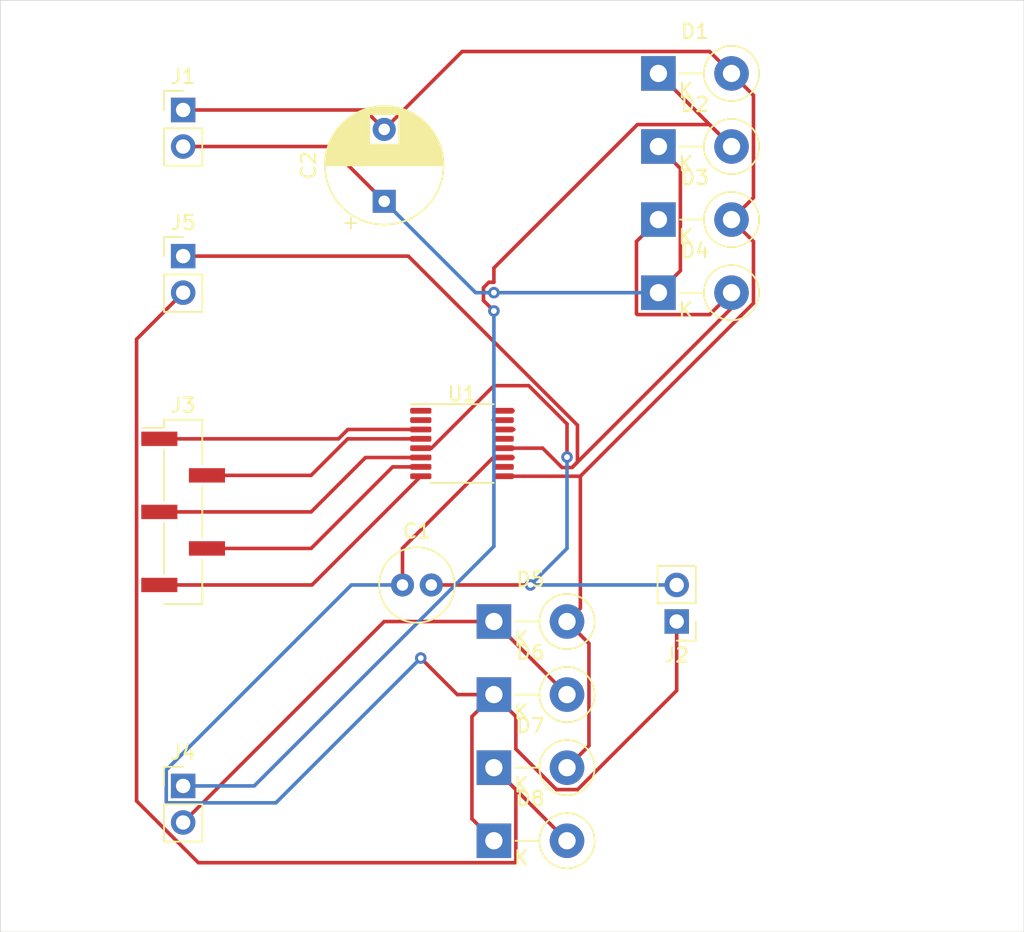
<source format=kicad_pcb>
(kicad_pcb (version 20171130) (host pcbnew "(5.1.9)-1")

  (general
    (thickness 1.6)
    (drawings 4)
    (tracks 114)
    (zones 0)
    (modules 16)
    (nets 15)
  )

  (page A4)
  (layers
    (0 F.Cu signal)
    (31 B.Cu signal)
    (32 B.Adhes user)
    (33 F.Adhes user)
    (34 B.Paste user)
    (35 F.Paste user)
    (36 B.SilkS user)
    (37 F.SilkS user)
    (38 B.Mask user)
    (39 F.Mask user)
    (40 Dwgs.User user)
    (41 Cmts.User user)
    (42 Eco1.User user)
    (43 Eco2.User user)
    (44 Edge.Cuts user)
    (45 Margin user)
    (46 B.CrtYd user)
    (47 F.CrtYd user)
    (48 B.Fab user)
    (49 F.Fab user)
  )

  (setup
    (last_trace_width 0.25)
    (trace_clearance 0.2)
    (zone_clearance 0.508)
    (zone_45_only no)
    (trace_min 0.2)
    (via_size 0.8)
    (via_drill 0.4)
    (via_min_size 0.4)
    (via_min_drill 0.3)
    (uvia_size 0.3)
    (uvia_drill 0.1)
    (uvias_allowed no)
    (uvia_min_size 0.2)
    (uvia_min_drill 0.1)
    (edge_width 0.05)
    (segment_width 0.2)
    (pcb_text_width 0.3)
    (pcb_text_size 1.5 1.5)
    (mod_edge_width 0.12)
    (mod_text_size 1 1)
    (mod_text_width 0.15)
    (pad_size 1.524 1.524)
    (pad_drill 0.762)
    (pad_to_mask_clearance 0)
    (aux_axis_origin 0 0)
    (visible_elements FFFFFF7F)
    (pcbplotparams
      (layerselection 0x010fc_ffffffff)
      (usegerberextensions false)
      (usegerberattributes true)
      (usegerberadvancedattributes true)
      (creategerberjobfile true)
      (excludeedgelayer true)
      (linewidth 0.100000)
      (plotframeref false)
      (viasonmask false)
      (mode 1)
      (useauxorigin false)
      (hpglpennumber 1)
      (hpglpenspeed 20)
      (hpglpendiameter 15.000000)
      (psnegative false)
      (psa4output false)
      (plotreference true)
      (plotvalue true)
      (plotinvisibletext false)
      (padsonsilk false)
      (subtractmaskfromsilk false)
      (outputformat 1)
      (mirror false)
      (drillshape 1)
      (scaleselection 1)
      (outputdirectory ""))
  )

  (net 0 "")
  (net 1 GND)
  (net 2 +5V)
  (net 3 +12V)
  (net 4 A01)
  (net 5 B01)
  (net 6 A02)
  (net 7 B02)
  (net 8 PHA_A)
  (net 9 STBY)
  (net 10 EN_B)
  (net 11 EN_A)
  (net 12 PHA_B)
  (net 13 "Net-(U1-Pad1)")
  (net 14 "Net-(U1-Pad2)")

  (net_class Default "This is the default net class."
    (clearance 0.2)
    (trace_width 0.25)
    (via_dia 0.8)
    (via_drill 0.4)
    (uvia_dia 0.3)
    (uvia_drill 0.1)
    (add_net +12V)
    (add_net +5V)
    (add_net A01)
    (add_net A02)
    (add_net B01)
    (add_net B02)
    (add_net EN_A)
    (add_net EN_B)
    (add_net GND)
    (add_net "Net-(U1-Pad1)")
    (add_net "Net-(U1-Pad2)")
    (add_net PHA_A)
    (add_net PHA_B)
    (add_net STBY)
  )

  (module Capacitor_THT:C_Radial_D5.0mm_H11.0mm_P2.00mm (layer F.Cu) (tedit 5BC5C9B9) (tstamp 602D2EAD)
    (at 64.77 62.23)
    (descr "C, Radial series, Radial, pin pitch=2.00mm, diameter=5mm, height=11mm, Non-Polar Electrolytic Capacitor")
    (tags "C Radial series Radial pin pitch 2.00mm diameter 5mm height 11mm Non-Polar Electrolytic Capacitor")
    (path /602D9DCF)
    (fp_text reference C1 (at 1 -3.75) (layer F.SilkS)
      (effects (font (size 1 1) (thickness 0.15)))
    )
    (fp_text value 0.1uF (at 1 3.75) (layer F.Fab)
      (effects (font (size 1 1) (thickness 0.15)))
    )
    (fp_circle (center 1 0) (end 3.75 0) (layer F.CrtYd) (width 0.05))
    (fp_circle (center 1 0) (end 3.62 0) (layer F.SilkS) (width 0.12))
    (fp_circle (center 1 0) (end 3.5 0) (layer F.Fab) (width 0.1))
    (fp_text user %R (at 1 0) (layer F.Fab)
      (effects (font (size 1 1) (thickness 0.15)))
    )
    (pad 1 thru_hole circle (at 0 0) (size 1.6 1.6) (drill 0.8) (layers *.Cu *.Mask)
      (net 1 GND))
    (pad 2 thru_hole circle (at 2 0) (size 1.6 1.6) (drill 0.8) (layers *.Cu *.Mask)
      (net 2 +5V))
    (model ${KISYS3DMOD}/Capacitor_THT.3dshapes/C_Radial_D5.0mm_H11.0mm_P2.00mm.wrl
      (at (xyz 0 0 0))
      (scale (xyz 1 1 1))
      (rotate (xyz 0 0 0))
    )
  )

  (module Capacitor_THT:CP_Radial_D8.0mm_P5.00mm (layer F.Cu) (tedit 5AE50EF0) (tstamp 602D2F56)
    (at 63.5 35.56 90)
    (descr "CP, Radial series, Radial, pin pitch=5.00mm, , diameter=8mm, Electrolytic Capacitor")
    (tags "CP Radial series Radial pin pitch 5.00mm  diameter 8mm Electrolytic Capacitor")
    (path /602E69A4)
    (fp_text reference C2 (at 2.5 -5.25 90) (layer F.SilkS)
      (effects (font (size 1 1) (thickness 0.15)))
    )
    (fp_text value 100uF (at 2.5 5.25 90) (layer F.Fab)
      (effects (font (size 1 1) (thickness 0.15)))
    )
    (fp_line (start -1.509698 -2.715) (end -1.509698 -1.915) (layer F.SilkS) (width 0.12))
    (fp_line (start -1.909698 -2.315) (end -1.109698 -2.315) (layer F.SilkS) (width 0.12))
    (fp_line (start 6.581 -0.533) (end 6.581 0.533) (layer F.SilkS) (width 0.12))
    (fp_line (start 6.541 -0.768) (end 6.541 0.768) (layer F.SilkS) (width 0.12))
    (fp_line (start 6.501 -0.948) (end 6.501 0.948) (layer F.SilkS) (width 0.12))
    (fp_line (start 6.461 -1.098) (end 6.461 1.098) (layer F.SilkS) (width 0.12))
    (fp_line (start 6.421 -1.229) (end 6.421 1.229) (layer F.SilkS) (width 0.12))
    (fp_line (start 6.381 -1.346) (end 6.381 1.346) (layer F.SilkS) (width 0.12))
    (fp_line (start 6.341 -1.453) (end 6.341 1.453) (layer F.SilkS) (width 0.12))
    (fp_line (start 6.301 -1.552) (end 6.301 1.552) (layer F.SilkS) (width 0.12))
    (fp_line (start 6.261 -1.645) (end 6.261 1.645) (layer F.SilkS) (width 0.12))
    (fp_line (start 6.221 -1.731) (end 6.221 1.731) (layer F.SilkS) (width 0.12))
    (fp_line (start 6.181 -1.813) (end 6.181 1.813) (layer F.SilkS) (width 0.12))
    (fp_line (start 6.141 -1.89) (end 6.141 1.89) (layer F.SilkS) (width 0.12))
    (fp_line (start 6.101 -1.964) (end 6.101 1.964) (layer F.SilkS) (width 0.12))
    (fp_line (start 6.061 -2.034) (end 6.061 2.034) (layer F.SilkS) (width 0.12))
    (fp_line (start 6.021 1.04) (end 6.021 2.102) (layer F.SilkS) (width 0.12))
    (fp_line (start 6.021 -2.102) (end 6.021 -1.04) (layer F.SilkS) (width 0.12))
    (fp_line (start 5.981 1.04) (end 5.981 2.166) (layer F.SilkS) (width 0.12))
    (fp_line (start 5.981 -2.166) (end 5.981 -1.04) (layer F.SilkS) (width 0.12))
    (fp_line (start 5.941 1.04) (end 5.941 2.228) (layer F.SilkS) (width 0.12))
    (fp_line (start 5.941 -2.228) (end 5.941 -1.04) (layer F.SilkS) (width 0.12))
    (fp_line (start 5.901 1.04) (end 5.901 2.287) (layer F.SilkS) (width 0.12))
    (fp_line (start 5.901 -2.287) (end 5.901 -1.04) (layer F.SilkS) (width 0.12))
    (fp_line (start 5.861 1.04) (end 5.861 2.345) (layer F.SilkS) (width 0.12))
    (fp_line (start 5.861 -2.345) (end 5.861 -1.04) (layer F.SilkS) (width 0.12))
    (fp_line (start 5.821 1.04) (end 5.821 2.4) (layer F.SilkS) (width 0.12))
    (fp_line (start 5.821 -2.4) (end 5.821 -1.04) (layer F.SilkS) (width 0.12))
    (fp_line (start 5.781 1.04) (end 5.781 2.454) (layer F.SilkS) (width 0.12))
    (fp_line (start 5.781 -2.454) (end 5.781 -1.04) (layer F.SilkS) (width 0.12))
    (fp_line (start 5.741 1.04) (end 5.741 2.505) (layer F.SilkS) (width 0.12))
    (fp_line (start 5.741 -2.505) (end 5.741 -1.04) (layer F.SilkS) (width 0.12))
    (fp_line (start 5.701 1.04) (end 5.701 2.556) (layer F.SilkS) (width 0.12))
    (fp_line (start 5.701 -2.556) (end 5.701 -1.04) (layer F.SilkS) (width 0.12))
    (fp_line (start 5.661 1.04) (end 5.661 2.604) (layer F.SilkS) (width 0.12))
    (fp_line (start 5.661 -2.604) (end 5.661 -1.04) (layer F.SilkS) (width 0.12))
    (fp_line (start 5.621 1.04) (end 5.621 2.651) (layer F.SilkS) (width 0.12))
    (fp_line (start 5.621 -2.651) (end 5.621 -1.04) (layer F.SilkS) (width 0.12))
    (fp_line (start 5.581 1.04) (end 5.581 2.697) (layer F.SilkS) (width 0.12))
    (fp_line (start 5.581 -2.697) (end 5.581 -1.04) (layer F.SilkS) (width 0.12))
    (fp_line (start 5.541 1.04) (end 5.541 2.741) (layer F.SilkS) (width 0.12))
    (fp_line (start 5.541 -2.741) (end 5.541 -1.04) (layer F.SilkS) (width 0.12))
    (fp_line (start 5.501 1.04) (end 5.501 2.784) (layer F.SilkS) (width 0.12))
    (fp_line (start 5.501 -2.784) (end 5.501 -1.04) (layer F.SilkS) (width 0.12))
    (fp_line (start 5.461 1.04) (end 5.461 2.826) (layer F.SilkS) (width 0.12))
    (fp_line (start 5.461 -2.826) (end 5.461 -1.04) (layer F.SilkS) (width 0.12))
    (fp_line (start 5.421 1.04) (end 5.421 2.867) (layer F.SilkS) (width 0.12))
    (fp_line (start 5.421 -2.867) (end 5.421 -1.04) (layer F.SilkS) (width 0.12))
    (fp_line (start 5.381 1.04) (end 5.381 2.907) (layer F.SilkS) (width 0.12))
    (fp_line (start 5.381 -2.907) (end 5.381 -1.04) (layer F.SilkS) (width 0.12))
    (fp_line (start 5.341 1.04) (end 5.341 2.945) (layer F.SilkS) (width 0.12))
    (fp_line (start 5.341 -2.945) (end 5.341 -1.04) (layer F.SilkS) (width 0.12))
    (fp_line (start 5.301 1.04) (end 5.301 2.983) (layer F.SilkS) (width 0.12))
    (fp_line (start 5.301 -2.983) (end 5.301 -1.04) (layer F.SilkS) (width 0.12))
    (fp_line (start 5.261 1.04) (end 5.261 3.019) (layer F.SilkS) (width 0.12))
    (fp_line (start 5.261 -3.019) (end 5.261 -1.04) (layer F.SilkS) (width 0.12))
    (fp_line (start 5.221 1.04) (end 5.221 3.055) (layer F.SilkS) (width 0.12))
    (fp_line (start 5.221 -3.055) (end 5.221 -1.04) (layer F.SilkS) (width 0.12))
    (fp_line (start 5.181 1.04) (end 5.181 3.09) (layer F.SilkS) (width 0.12))
    (fp_line (start 5.181 -3.09) (end 5.181 -1.04) (layer F.SilkS) (width 0.12))
    (fp_line (start 5.141 1.04) (end 5.141 3.124) (layer F.SilkS) (width 0.12))
    (fp_line (start 5.141 -3.124) (end 5.141 -1.04) (layer F.SilkS) (width 0.12))
    (fp_line (start 5.101 1.04) (end 5.101 3.156) (layer F.SilkS) (width 0.12))
    (fp_line (start 5.101 -3.156) (end 5.101 -1.04) (layer F.SilkS) (width 0.12))
    (fp_line (start 5.061 1.04) (end 5.061 3.189) (layer F.SilkS) (width 0.12))
    (fp_line (start 5.061 -3.189) (end 5.061 -1.04) (layer F.SilkS) (width 0.12))
    (fp_line (start 5.021 1.04) (end 5.021 3.22) (layer F.SilkS) (width 0.12))
    (fp_line (start 5.021 -3.22) (end 5.021 -1.04) (layer F.SilkS) (width 0.12))
    (fp_line (start 4.981 1.04) (end 4.981 3.25) (layer F.SilkS) (width 0.12))
    (fp_line (start 4.981 -3.25) (end 4.981 -1.04) (layer F.SilkS) (width 0.12))
    (fp_line (start 4.941 1.04) (end 4.941 3.28) (layer F.SilkS) (width 0.12))
    (fp_line (start 4.941 -3.28) (end 4.941 -1.04) (layer F.SilkS) (width 0.12))
    (fp_line (start 4.901 1.04) (end 4.901 3.309) (layer F.SilkS) (width 0.12))
    (fp_line (start 4.901 -3.309) (end 4.901 -1.04) (layer F.SilkS) (width 0.12))
    (fp_line (start 4.861 1.04) (end 4.861 3.338) (layer F.SilkS) (width 0.12))
    (fp_line (start 4.861 -3.338) (end 4.861 -1.04) (layer F.SilkS) (width 0.12))
    (fp_line (start 4.821 1.04) (end 4.821 3.365) (layer F.SilkS) (width 0.12))
    (fp_line (start 4.821 -3.365) (end 4.821 -1.04) (layer F.SilkS) (width 0.12))
    (fp_line (start 4.781 1.04) (end 4.781 3.392) (layer F.SilkS) (width 0.12))
    (fp_line (start 4.781 -3.392) (end 4.781 -1.04) (layer F.SilkS) (width 0.12))
    (fp_line (start 4.741 1.04) (end 4.741 3.418) (layer F.SilkS) (width 0.12))
    (fp_line (start 4.741 -3.418) (end 4.741 -1.04) (layer F.SilkS) (width 0.12))
    (fp_line (start 4.701 1.04) (end 4.701 3.444) (layer F.SilkS) (width 0.12))
    (fp_line (start 4.701 -3.444) (end 4.701 -1.04) (layer F.SilkS) (width 0.12))
    (fp_line (start 4.661 1.04) (end 4.661 3.469) (layer F.SilkS) (width 0.12))
    (fp_line (start 4.661 -3.469) (end 4.661 -1.04) (layer F.SilkS) (width 0.12))
    (fp_line (start 4.621 1.04) (end 4.621 3.493) (layer F.SilkS) (width 0.12))
    (fp_line (start 4.621 -3.493) (end 4.621 -1.04) (layer F.SilkS) (width 0.12))
    (fp_line (start 4.581 1.04) (end 4.581 3.517) (layer F.SilkS) (width 0.12))
    (fp_line (start 4.581 -3.517) (end 4.581 -1.04) (layer F.SilkS) (width 0.12))
    (fp_line (start 4.541 1.04) (end 4.541 3.54) (layer F.SilkS) (width 0.12))
    (fp_line (start 4.541 -3.54) (end 4.541 -1.04) (layer F.SilkS) (width 0.12))
    (fp_line (start 4.501 1.04) (end 4.501 3.562) (layer F.SilkS) (width 0.12))
    (fp_line (start 4.501 -3.562) (end 4.501 -1.04) (layer F.SilkS) (width 0.12))
    (fp_line (start 4.461 1.04) (end 4.461 3.584) (layer F.SilkS) (width 0.12))
    (fp_line (start 4.461 -3.584) (end 4.461 -1.04) (layer F.SilkS) (width 0.12))
    (fp_line (start 4.421 1.04) (end 4.421 3.606) (layer F.SilkS) (width 0.12))
    (fp_line (start 4.421 -3.606) (end 4.421 -1.04) (layer F.SilkS) (width 0.12))
    (fp_line (start 4.381 1.04) (end 4.381 3.627) (layer F.SilkS) (width 0.12))
    (fp_line (start 4.381 -3.627) (end 4.381 -1.04) (layer F.SilkS) (width 0.12))
    (fp_line (start 4.341 1.04) (end 4.341 3.647) (layer F.SilkS) (width 0.12))
    (fp_line (start 4.341 -3.647) (end 4.341 -1.04) (layer F.SilkS) (width 0.12))
    (fp_line (start 4.301 1.04) (end 4.301 3.666) (layer F.SilkS) (width 0.12))
    (fp_line (start 4.301 -3.666) (end 4.301 -1.04) (layer F.SilkS) (width 0.12))
    (fp_line (start 4.261 1.04) (end 4.261 3.686) (layer F.SilkS) (width 0.12))
    (fp_line (start 4.261 -3.686) (end 4.261 -1.04) (layer F.SilkS) (width 0.12))
    (fp_line (start 4.221 1.04) (end 4.221 3.704) (layer F.SilkS) (width 0.12))
    (fp_line (start 4.221 -3.704) (end 4.221 -1.04) (layer F.SilkS) (width 0.12))
    (fp_line (start 4.181 1.04) (end 4.181 3.722) (layer F.SilkS) (width 0.12))
    (fp_line (start 4.181 -3.722) (end 4.181 -1.04) (layer F.SilkS) (width 0.12))
    (fp_line (start 4.141 1.04) (end 4.141 3.74) (layer F.SilkS) (width 0.12))
    (fp_line (start 4.141 -3.74) (end 4.141 -1.04) (layer F.SilkS) (width 0.12))
    (fp_line (start 4.101 1.04) (end 4.101 3.757) (layer F.SilkS) (width 0.12))
    (fp_line (start 4.101 -3.757) (end 4.101 -1.04) (layer F.SilkS) (width 0.12))
    (fp_line (start 4.061 1.04) (end 4.061 3.774) (layer F.SilkS) (width 0.12))
    (fp_line (start 4.061 -3.774) (end 4.061 -1.04) (layer F.SilkS) (width 0.12))
    (fp_line (start 4.021 1.04) (end 4.021 3.79) (layer F.SilkS) (width 0.12))
    (fp_line (start 4.021 -3.79) (end 4.021 -1.04) (layer F.SilkS) (width 0.12))
    (fp_line (start 3.981 1.04) (end 3.981 3.805) (layer F.SilkS) (width 0.12))
    (fp_line (start 3.981 -3.805) (end 3.981 -1.04) (layer F.SilkS) (width 0.12))
    (fp_line (start 3.941 -3.821) (end 3.941 3.821) (layer F.SilkS) (width 0.12))
    (fp_line (start 3.901 -3.835) (end 3.901 3.835) (layer F.SilkS) (width 0.12))
    (fp_line (start 3.861 -3.85) (end 3.861 3.85) (layer F.SilkS) (width 0.12))
    (fp_line (start 3.821 -3.863) (end 3.821 3.863) (layer F.SilkS) (width 0.12))
    (fp_line (start 3.781 -3.877) (end 3.781 3.877) (layer F.SilkS) (width 0.12))
    (fp_line (start 3.741 -3.889) (end 3.741 3.889) (layer F.SilkS) (width 0.12))
    (fp_line (start 3.701 -3.902) (end 3.701 3.902) (layer F.SilkS) (width 0.12))
    (fp_line (start 3.661 -3.914) (end 3.661 3.914) (layer F.SilkS) (width 0.12))
    (fp_line (start 3.621 -3.925) (end 3.621 3.925) (layer F.SilkS) (width 0.12))
    (fp_line (start 3.581 -3.936) (end 3.581 3.936) (layer F.SilkS) (width 0.12))
    (fp_line (start 3.541 -3.947) (end 3.541 3.947) (layer F.SilkS) (width 0.12))
    (fp_line (start 3.501 -3.957) (end 3.501 3.957) (layer F.SilkS) (width 0.12))
    (fp_line (start 3.461 -3.967) (end 3.461 3.967) (layer F.SilkS) (width 0.12))
    (fp_line (start 3.421 -3.976) (end 3.421 3.976) (layer F.SilkS) (width 0.12))
    (fp_line (start 3.381 -3.985) (end 3.381 3.985) (layer F.SilkS) (width 0.12))
    (fp_line (start 3.341 -3.994) (end 3.341 3.994) (layer F.SilkS) (width 0.12))
    (fp_line (start 3.301 -4.002) (end 3.301 4.002) (layer F.SilkS) (width 0.12))
    (fp_line (start 3.261 -4.01) (end 3.261 4.01) (layer F.SilkS) (width 0.12))
    (fp_line (start 3.221 -4.017) (end 3.221 4.017) (layer F.SilkS) (width 0.12))
    (fp_line (start 3.18 -4.024) (end 3.18 4.024) (layer F.SilkS) (width 0.12))
    (fp_line (start 3.14 -4.03) (end 3.14 4.03) (layer F.SilkS) (width 0.12))
    (fp_line (start 3.1 -4.037) (end 3.1 4.037) (layer F.SilkS) (width 0.12))
    (fp_line (start 3.06 -4.042) (end 3.06 4.042) (layer F.SilkS) (width 0.12))
    (fp_line (start 3.02 -4.048) (end 3.02 4.048) (layer F.SilkS) (width 0.12))
    (fp_line (start 2.98 -4.052) (end 2.98 4.052) (layer F.SilkS) (width 0.12))
    (fp_line (start 2.94 -4.057) (end 2.94 4.057) (layer F.SilkS) (width 0.12))
    (fp_line (start 2.9 -4.061) (end 2.9 4.061) (layer F.SilkS) (width 0.12))
    (fp_line (start 2.86 -4.065) (end 2.86 4.065) (layer F.SilkS) (width 0.12))
    (fp_line (start 2.82 -4.068) (end 2.82 4.068) (layer F.SilkS) (width 0.12))
    (fp_line (start 2.78 -4.071) (end 2.78 4.071) (layer F.SilkS) (width 0.12))
    (fp_line (start 2.74 -4.074) (end 2.74 4.074) (layer F.SilkS) (width 0.12))
    (fp_line (start 2.7 -4.076) (end 2.7 4.076) (layer F.SilkS) (width 0.12))
    (fp_line (start 2.66 -4.077) (end 2.66 4.077) (layer F.SilkS) (width 0.12))
    (fp_line (start 2.62 -4.079) (end 2.62 4.079) (layer F.SilkS) (width 0.12))
    (fp_line (start 2.58 -4.08) (end 2.58 4.08) (layer F.SilkS) (width 0.12))
    (fp_line (start 2.54 -4.08) (end 2.54 4.08) (layer F.SilkS) (width 0.12))
    (fp_line (start 2.5 -4.08) (end 2.5 4.08) (layer F.SilkS) (width 0.12))
    (fp_line (start -0.526759 -2.1475) (end -0.526759 -1.3475) (layer F.Fab) (width 0.1))
    (fp_line (start -0.926759 -1.7475) (end -0.126759 -1.7475) (layer F.Fab) (width 0.1))
    (fp_circle (center 2.5 0) (end 6.75 0) (layer F.CrtYd) (width 0.05))
    (fp_circle (center 2.5 0) (end 6.62 0) (layer F.SilkS) (width 0.12))
    (fp_circle (center 2.5 0) (end 6.5 0) (layer F.Fab) (width 0.1))
    (fp_text user %R (at 2.5 0 90) (layer F.Fab)
      (effects (font (size 1 1) (thickness 0.15)))
    )
    (pad 1 thru_hole rect (at 0 0 90) (size 1.6 1.6) (drill 0.8) (layers *.Cu *.Mask)
      (net 1 GND))
    (pad 2 thru_hole circle (at 5 0 90) (size 1.6 1.6) (drill 0.8) (layers *.Cu *.Mask)
      (net 3 +12V))
    (model ${KISYS3DMOD}/Capacitor_THT.3dshapes/CP_Radial_D8.0mm_P5.00mm.wrl
      (at (xyz 0 0 0))
      (scale (xyz 1 1 1))
      (rotate (xyz 0 0 0))
    )
  )

  (module Diode_THT:D_DO-15_P5.08mm_Vertical_KathodeUp (layer F.Cu) (tedit 5AE50CD5) (tstamp 602D2F67)
    (at 82.55 26.67)
    (descr "Diode, DO-15 series, Axial, Vertical, pin pitch=5.08mm, , length*diameter=7.6*3.6mm^2, , http://www.diodes.com/_files/packages/DO-15.pdf")
    (tags "Diode DO-15 series Axial Vertical pin pitch 5.08mm  length 7.6mm diameter 3.6mm")
    (path /602EDED8)
    (fp_text reference D1 (at 2.54 -2.92) (layer F.SilkS)
      (effects (font (size 1 1) (thickness 0.15)))
    )
    (fp_text value DIODE (at 2.54 2.92) (layer F.Fab)
      (effects (font (size 1 1) (thickness 0.15)))
    )
    (fp_line (start 7.13 -2.05) (end -1.45 -2.05) (layer F.CrtYd) (width 0.05))
    (fp_line (start 7.13 2.05) (end 7.13 -2.05) (layer F.CrtYd) (width 0.05))
    (fp_line (start -1.45 2.05) (end 7.13 2.05) (layer F.CrtYd) (width 0.05))
    (fp_line (start -1.45 -2.05) (end -1.45 2.05) (layer F.CrtYd) (width 0.05))
    (fp_line (start 3.16 0) (end 1.5 0) (layer F.SilkS) (width 0.12))
    (fp_line (start 0 0) (end 5.08 0) (layer F.Fab) (width 0.1))
    (fp_circle (center 5.08 0) (end 7 0) (layer F.SilkS) (width 0.12))
    (fp_circle (center 5.08 0) (end 6.88 0) (layer F.Fab) (width 0.1))
    (fp_text user %R (at 2.54 -2.92) (layer F.Fab)
      (effects (font (size 1 1) (thickness 0.15)))
    )
    (fp_text user K (at 1.9 1.2) (layer F.Fab)
      (effects (font (size 1 1) (thickness 0.15)))
    )
    (fp_text user K (at 1.9 1.2) (layer F.SilkS)
      (effects (font (size 1 1) (thickness 0.15)))
    )
    (pad 1 thru_hole rect (at 0 0) (size 2.4 2.4) (drill 1.2) (layers *.Cu *.Mask)
      (net 4 A01))
    (pad 2 thru_hole oval (at 5.08 0) (size 2.4 2.4) (drill 1.2) (layers *.Cu *.Mask)
      (net 3 +12V))
    (model ${KISYS3DMOD}/Diode_THT.3dshapes/D_DO-15_P5.08mm_Vertical_KathodeUp.wrl
      (at (xyz 0 0 0))
      (scale (xyz 1 1 1))
      (rotate (xyz 0 0 0))
    )
  )

  (module Diode_THT:D_DO-15_P5.08mm_Vertical_KathodeUp (layer F.Cu) (tedit 5AE50CD5) (tstamp 602D2F78)
    (at 82.55 31.75)
    (descr "Diode, DO-15 series, Axial, Vertical, pin pitch=5.08mm, , length*diameter=7.6*3.6mm^2, , http://www.diodes.com/_files/packages/DO-15.pdf")
    (tags "Diode DO-15 series Axial Vertical pin pitch 5.08mm  length 7.6mm diameter 3.6mm")
    (path /602F7EAB)
    (fp_text reference D2 (at 2.54 -2.92) (layer F.SilkS)
      (effects (font (size 1 1) (thickness 0.15)))
    )
    (fp_text value DIODE (at 2.54 2.92) (layer F.Fab)
      (effects (font (size 1 1) (thickness 0.15)))
    )
    (fp_text user K (at 1.9 1.2) (layer F.SilkS)
      (effects (font (size 1 1) (thickness 0.15)))
    )
    (fp_text user K (at 1.9 1.2) (layer F.Fab)
      (effects (font (size 1 1) (thickness 0.15)))
    )
    (fp_text user %R (at 2.54 -2.92) (layer F.Fab)
      (effects (font (size 1 1) (thickness 0.15)))
    )
    (fp_circle (center 5.08 0) (end 6.88 0) (layer F.Fab) (width 0.1))
    (fp_circle (center 5.08 0) (end 7 0) (layer F.SilkS) (width 0.12))
    (fp_line (start 0 0) (end 5.08 0) (layer F.Fab) (width 0.1))
    (fp_line (start 3.16 0) (end 1.5 0) (layer F.SilkS) (width 0.12))
    (fp_line (start -1.45 -2.05) (end -1.45 2.05) (layer F.CrtYd) (width 0.05))
    (fp_line (start -1.45 2.05) (end 7.13 2.05) (layer F.CrtYd) (width 0.05))
    (fp_line (start 7.13 2.05) (end 7.13 -2.05) (layer F.CrtYd) (width 0.05))
    (fp_line (start 7.13 -2.05) (end -1.45 -2.05) (layer F.CrtYd) (width 0.05))
    (pad 2 thru_hole oval (at 5.08 0) (size 2.4 2.4) (drill 1.2) (layers *.Cu *.Mask)
      (net 4 A01))
    (pad 1 thru_hole rect (at 0 0) (size 2.4 2.4) (drill 1.2) (layers *.Cu *.Mask)
      (net 1 GND))
    (model ${KISYS3DMOD}/Diode_THT.3dshapes/D_DO-15_P5.08mm_Vertical_KathodeUp.wrl
      (at (xyz 0 0 0))
      (scale (xyz 1 1 1))
      (rotate (xyz 0 0 0))
    )
  )

  (module Diode_THT:D_DO-15_P5.08mm_Vertical_KathodeUp (layer F.Cu) (tedit 5AE50CD5) (tstamp 602D2F89)
    (at 82.55 36.83)
    (descr "Diode, DO-15 series, Axial, Vertical, pin pitch=5.08mm, , length*diameter=7.6*3.6mm^2, , http://www.diodes.com/_files/packages/DO-15.pdf")
    (tags "Diode DO-15 series Axial Vertical pin pitch 5.08mm  length 7.6mm diameter 3.6mm")
    (path /602F8FB5)
    (fp_text reference D3 (at 2.54 -2.92) (layer F.SilkS)
      (effects (font (size 1 1) (thickness 0.15)))
    )
    (fp_text value DIODE (at 2.54 2.92) (layer F.Fab)
      (effects (font (size 1 1) (thickness 0.15)))
    )
    (fp_line (start 7.13 -2.05) (end -1.45 -2.05) (layer F.CrtYd) (width 0.05))
    (fp_line (start 7.13 2.05) (end 7.13 -2.05) (layer F.CrtYd) (width 0.05))
    (fp_line (start -1.45 2.05) (end 7.13 2.05) (layer F.CrtYd) (width 0.05))
    (fp_line (start -1.45 -2.05) (end -1.45 2.05) (layer F.CrtYd) (width 0.05))
    (fp_line (start 3.16 0) (end 1.5 0) (layer F.SilkS) (width 0.12))
    (fp_line (start 0 0) (end 5.08 0) (layer F.Fab) (width 0.1))
    (fp_circle (center 5.08 0) (end 7 0) (layer F.SilkS) (width 0.12))
    (fp_circle (center 5.08 0) (end 6.88 0) (layer F.Fab) (width 0.1))
    (fp_text user %R (at 2.54 -2.92) (layer F.Fab)
      (effects (font (size 1 1) (thickness 0.15)))
    )
    (fp_text user K (at 1.9 1.2) (layer F.Fab)
      (effects (font (size 1 1) (thickness 0.15)))
    )
    (fp_text user K (at 1.9 1.2) (layer F.SilkS)
      (effects (font (size 1 1) (thickness 0.15)))
    )
    (pad 1 thru_hole rect (at 0 0) (size 2.4 2.4) (drill 1.2) (layers *.Cu *.Mask)
      (net 5 B01))
    (pad 2 thru_hole oval (at 5.08 0) (size 2.4 2.4) (drill 1.2) (layers *.Cu *.Mask)
      (net 3 +12V))
    (model ${KISYS3DMOD}/Diode_THT.3dshapes/D_DO-15_P5.08mm_Vertical_KathodeUp.wrl
      (at (xyz 0 0 0))
      (scale (xyz 1 1 1))
      (rotate (xyz 0 0 0))
    )
  )

  (module Diode_THT:D_DO-15_P5.08mm_Vertical_KathodeUp (layer F.Cu) (tedit 5AE50CD5) (tstamp 602D2F9A)
    (at 82.55 41.91)
    (descr "Diode, DO-15 series, Axial, Vertical, pin pitch=5.08mm, , length*diameter=7.6*3.6mm^2, , http://www.diodes.com/_files/packages/DO-15.pdf")
    (tags "Diode DO-15 series Axial Vertical pin pitch 5.08mm  length 7.6mm diameter 3.6mm")
    (path /602FB1CE)
    (fp_text reference D4 (at 2.54 -2.92) (layer F.SilkS)
      (effects (font (size 1 1) (thickness 0.15)))
    )
    (fp_text value DIODE (at 2.54 2.92) (layer F.Fab)
      (effects (font (size 1 1) (thickness 0.15)))
    )
    (fp_line (start 7.13 -2.05) (end -1.45 -2.05) (layer F.CrtYd) (width 0.05))
    (fp_line (start 7.13 2.05) (end 7.13 -2.05) (layer F.CrtYd) (width 0.05))
    (fp_line (start -1.45 2.05) (end 7.13 2.05) (layer F.CrtYd) (width 0.05))
    (fp_line (start -1.45 -2.05) (end -1.45 2.05) (layer F.CrtYd) (width 0.05))
    (fp_line (start 3.16 0) (end 1.5 0) (layer F.SilkS) (width 0.12))
    (fp_line (start 0 0) (end 5.08 0) (layer F.Fab) (width 0.1))
    (fp_circle (center 5.08 0) (end 7 0) (layer F.SilkS) (width 0.12))
    (fp_circle (center 5.08 0) (end 6.88 0) (layer F.Fab) (width 0.1))
    (fp_text user %R (at 2.54 -2.92) (layer F.Fab)
      (effects (font (size 1 1) (thickness 0.15)))
    )
    (fp_text user K (at 1.9 1.2) (layer F.Fab)
      (effects (font (size 1 1) (thickness 0.15)))
    )
    (fp_text user K (at 1.9 1.2) (layer F.SilkS)
      (effects (font (size 1 1) (thickness 0.15)))
    )
    (pad 1 thru_hole rect (at 0 0) (size 2.4 2.4) (drill 1.2) (layers *.Cu *.Mask)
      (net 1 GND))
    (pad 2 thru_hole oval (at 5.08 0) (size 2.4 2.4) (drill 1.2) (layers *.Cu *.Mask)
      (net 5 B01))
    (model ${KISYS3DMOD}/Diode_THT.3dshapes/D_DO-15_P5.08mm_Vertical_KathodeUp.wrl
      (at (xyz 0 0 0))
      (scale (xyz 1 1 1))
      (rotate (xyz 0 0 0))
    )
  )

  (module Diode_THT:D_DO-15_P5.08mm_Vertical_KathodeUp (layer F.Cu) (tedit 5AE50CD5) (tstamp 602D2FAB)
    (at 71.12 64.77)
    (descr "Diode, DO-15 series, Axial, Vertical, pin pitch=5.08mm, , length*diameter=7.6*3.6mm^2, , http://www.diodes.com/_files/packages/DO-15.pdf")
    (tags "Diode DO-15 series Axial Vertical pin pitch 5.08mm  length 7.6mm diameter 3.6mm")
    (path /602F8202)
    (fp_text reference D5 (at 2.54 -2.92) (layer F.SilkS)
      (effects (font (size 1 1) (thickness 0.15)))
    )
    (fp_text value DIODE (at 2.54 2.92) (layer F.Fab)
      (effects (font (size 1 1) (thickness 0.15)))
    )
    (fp_line (start 7.13 -2.05) (end -1.45 -2.05) (layer F.CrtYd) (width 0.05))
    (fp_line (start 7.13 2.05) (end 7.13 -2.05) (layer F.CrtYd) (width 0.05))
    (fp_line (start -1.45 2.05) (end 7.13 2.05) (layer F.CrtYd) (width 0.05))
    (fp_line (start -1.45 -2.05) (end -1.45 2.05) (layer F.CrtYd) (width 0.05))
    (fp_line (start 3.16 0) (end 1.5 0) (layer F.SilkS) (width 0.12))
    (fp_line (start 0 0) (end 5.08 0) (layer F.Fab) (width 0.1))
    (fp_circle (center 5.08 0) (end 7 0) (layer F.SilkS) (width 0.12))
    (fp_circle (center 5.08 0) (end 6.88 0) (layer F.Fab) (width 0.1))
    (fp_text user %R (at 2.54 -2.92) (layer F.Fab)
      (effects (font (size 1 1) (thickness 0.15)))
    )
    (fp_text user K (at 1.9 1.2) (layer F.Fab)
      (effects (font (size 1 1) (thickness 0.15)))
    )
    (fp_text user K (at 1.9 1.2) (layer F.SilkS)
      (effects (font (size 1 1) (thickness 0.15)))
    )
    (pad 1 thru_hole rect (at 0 0) (size 2.4 2.4) (drill 1.2) (layers *.Cu *.Mask)
      (net 6 A02))
    (pad 2 thru_hole oval (at 5.08 0) (size 2.4 2.4) (drill 1.2) (layers *.Cu *.Mask)
      (net 3 +12V))
    (model ${KISYS3DMOD}/Diode_THT.3dshapes/D_DO-15_P5.08mm_Vertical_KathodeUp.wrl
      (at (xyz 0 0 0))
      (scale (xyz 1 1 1))
      (rotate (xyz 0 0 0))
    )
  )

  (module Diode_THT:D_DO-15_P5.08mm_Vertical_KathodeUp (layer F.Cu) (tedit 5AE50CD5) (tstamp 602D2FBC)
    (at 71.12 69.85)
    (descr "Diode, DO-15 series, Axial, Vertical, pin pitch=5.08mm, , length*diameter=7.6*3.6mm^2, , http://www.diodes.com/_files/packages/DO-15.pdf")
    (tags "Diode DO-15 series Axial Vertical pin pitch 5.08mm  length 7.6mm diameter 3.6mm")
    (path /602FA446)
    (fp_text reference D6 (at 2.54 -2.92) (layer F.SilkS)
      (effects (font (size 1 1) (thickness 0.15)))
    )
    (fp_text value DIODE (at 2.54 2.92) (layer F.Fab)
      (effects (font (size 1 1) (thickness 0.15)))
    )
    (fp_text user K (at 1.9 1.2) (layer F.SilkS)
      (effects (font (size 1 1) (thickness 0.15)))
    )
    (fp_text user K (at 1.9 1.2) (layer F.Fab)
      (effects (font (size 1 1) (thickness 0.15)))
    )
    (fp_text user %R (at 2.54 -2.92) (layer F.Fab)
      (effects (font (size 1 1) (thickness 0.15)))
    )
    (fp_circle (center 5.08 0) (end 6.88 0) (layer F.Fab) (width 0.1))
    (fp_circle (center 5.08 0) (end 7 0) (layer F.SilkS) (width 0.12))
    (fp_line (start 0 0) (end 5.08 0) (layer F.Fab) (width 0.1))
    (fp_line (start 3.16 0) (end 1.5 0) (layer F.SilkS) (width 0.12))
    (fp_line (start -1.45 -2.05) (end -1.45 2.05) (layer F.CrtYd) (width 0.05))
    (fp_line (start -1.45 2.05) (end 7.13 2.05) (layer F.CrtYd) (width 0.05))
    (fp_line (start 7.13 2.05) (end 7.13 -2.05) (layer F.CrtYd) (width 0.05))
    (fp_line (start 7.13 -2.05) (end -1.45 -2.05) (layer F.CrtYd) (width 0.05))
    (pad 2 thru_hole oval (at 5.08 0) (size 2.4 2.4) (drill 1.2) (layers *.Cu *.Mask)
      (net 6 A02))
    (pad 1 thru_hole rect (at 0 0) (size 2.4 2.4) (drill 1.2) (layers *.Cu *.Mask)
      (net 1 GND))
    (model ${KISYS3DMOD}/Diode_THT.3dshapes/D_DO-15_P5.08mm_Vertical_KathodeUp.wrl
      (at (xyz 0 0 0))
      (scale (xyz 1 1 1))
      (rotate (xyz 0 0 0))
    )
  )

  (module Diode_THT:D_DO-15_P5.08mm_Vertical_KathodeUp (layer F.Cu) (tedit 5AE50CD5) (tstamp 602D2FCD)
    (at 71.12 74.93)
    (descr "Diode, DO-15 series, Axial, Vertical, pin pitch=5.08mm, , length*diameter=7.6*3.6mm^2, , http://www.diodes.com/_files/packages/DO-15.pdf")
    (tags "Diode DO-15 series Axial Vertical pin pitch 5.08mm  length 7.6mm diameter 3.6mm")
    (path /602F89E7)
    (fp_text reference D7 (at 2.54 -2.92) (layer F.SilkS)
      (effects (font (size 1 1) (thickness 0.15)))
    )
    (fp_text value DIODE (at 2.54 2.92) (layer F.Fab)
      (effects (font (size 1 1) (thickness 0.15)))
    )
    (fp_text user K (at 1.9 1.2) (layer F.SilkS)
      (effects (font (size 1 1) (thickness 0.15)))
    )
    (fp_text user K (at 1.9 1.2) (layer F.Fab)
      (effects (font (size 1 1) (thickness 0.15)))
    )
    (fp_text user %R (at 2.54 -2.92) (layer F.Fab)
      (effects (font (size 1 1) (thickness 0.15)))
    )
    (fp_circle (center 5.08 0) (end 6.88 0) (layer F.Fab) (width 0.1))
    (fp_circle (center 5.08 0) (end 7 0) (layer F.SilkS) (width 0.12))
    (fp_line (start 0 0) (end 5.08 0) (layer F.Fab) (width 0.1))
    (fp_line (start 3.16 0) (end 1.5 0) (layer F.SilkS) (width 0.12))
    (fp_line (start -1.45 -2.05) (end -1.45 2.05) (layer F.CrtYd) (width 0.05))
    (fp_line (start -1.45 2.05) (end 7.13 2.05) (layer F.CrtYd) (width 0.05))
    (fp_line (start 7.13 2.05) (end 7.13 -2.05) (layer F.CrtYd) (width 0.05))
    (fp_line (start 7.13 -2.05) (end -1.45 -2.05) (layer F.CrtYd) (width 0.05))
    (pad 2 thru_hole oval (at 5.08 0) (size 2.4 2.4) (drill 1.2) (layers *.Cu *.Mask)
      (net 3 +12V))
    (pad 1 thru_hole rect (at 0 0) (size 2.4 2.4) (drill 1.2) (layers *.Cu *.Mask)
      (net 7 B02))
    (model ${KISYS3DMOD}/Diode_THT.3dshapes/D_DO-15_P5.08mm_Vertical_KathodeUp.wrl
      (at (xyz 0 0 0))
      (scale (xyz 1 1 1))
      (rotate (xyz 0 0 0))
    )
  )

  (module Diode_THT:D_DO-15_P5.08mm_Vertical_KathodeUp (layer F.Cu) (tedit 5AE50CD5) (tstamp 602D2FDE)
    (at 71.12 80.01)
    (descr "Diode, DO-15 series, Axial, Vertical, pin pitch=5.08mm, , length*diameter=7.6*3.6mm^2, , http://www.diodes.com/_files/packages/DO-15.pdf")
    (tags "Diode DO-15 series Axial Vertical pin pitch 5.08mm  length 7.6mm diameter 3.6mm")
    (path /602FB613)
    (fp_text reference D8 (at 2.54 -2.92) (layer F.SilkS)
      (effects (font (size 1 1) (thickness 0.15)))
    )
    (fp_text value DIODE (at 2.54 2.92) (layer F.Fab)
      (effects (font (size 1 1) (thickness 0.15)))
    )
    (fp_text user K (at 1.9 1.2) (layer F.SilkS)
      (effects (font (size 1 1) (thickness 0.15)))
    )
    (fp_text user K (at 1.9 1.2) (layer F.Fab)
      (effects (font (size 1 1) (thickness 0.15)))
    )
    (fp_text user %R (at 2.54 -2.92) (layer F.Fab)
      (effects (font (size 1 1) (thickness 0.15)))
    )
    (fp_circle (center 5.08 0) (end 6.88 0) (layer F.Fab) (width 0.1))
    (fp_circle (center 5.08 0) (end 7 0) (layer F.SilkS) (width 0.12))
    (fp_line (start 0 0) (end 5.08 0) (layer F.Fab) (width 0.1))
    (fp_line (start 3.16 0) (end 1.5 0) (layer F.SilkS) (width 0.12))
    (fp_line (start -1.45 -2.05) (end -1.45 2.05) (layer F.CrtYd) (width 0.05))
    (fp_line (start -1.45 2.05) (end 7.13 2.05) (layer F.CrtYd) (width 0.05))
    (fp_line (start 7.13 2.05) (end 7.13 -2.05) (layer F.CrtYd) (width 0.05))
    (fp_line (start 7.13 -2.05) (end -1.45 -2.05) (layer F.CrtYd) (width 0.05))
    (pad 2 thru_hole oval (at 5.08 0) (size 2.4 2.4) (drill 1.2) (layers *.Cu *.Mask)
      (net 7 B02))
    (pad 1 thru_hole rect (at 0 0) (size 2.4 2.4) (drill 1.2) (layers *.Cu *.Mask)
      (net 1 GND))
    (model ${KISYS3DMOD}/Diode_THT.3dshapes/D_DO-15_P5.08mm_Vertical_KathodeUp.wrl
      (at (xyz 0 0 0))
      (scale (xyz 1 1 1))
      (rotate (xyz 0 0 0))
    )
  )

  (module Connector_PinHeader_2.54mm:PinHeader_1x02_P2.54mm_Vertical (layer F.Cu) (tedit 59FED5CC) (tstamp 602D2FF4)
    (at 49.53 29.21)
    (descr "Through hole straight pin header, 1x02, 2.54mm pitch, single row")
    (tags "Through hole pin header THT 1x02 2.54mm single row")
    (path /602C8C5B)
    (fp_text reference J1 (at 0 -2.33) (layer F.SilkS)
      (effects (font (size 1 1) (thickness 0.15)))
    )
    (fp_text value "MOTOR POWER" (at 0 4.87) (layer F.Fab)
      (effects (font (size 1 1) (thickness 0.15)))
    )
    (fp_line (start 1.8 -1.8) (end -1.8 -1.8) (layer F.CrtYd) (width 0.05))
    (fp_line (start 1.8 4.35) (end 1.8 -1.8) (layer F.CrtYd) (width 0.05))
    (fp_line (start -1.8 4.35) (end 1.8 4.35) (layer F.CrtYd) (width 0.05))
    (fp_line (start -1.8 -1.8) (end -1.8 4.35) (layer F.CrtYd) (width 0.05))
    (fp_line (start -1.33 -1.33) (end 0 -1.33) (layer F.SilkS) (width 0.12))
    (fp_line (start -1.33 0) (end -1.33 -1.33) (layer F.SilkS) (width 0.12))
    (fp_line (start -1.33 1.27) (end 1.33 1.27) (layer F.SilkS) (width 0.12))
    (fp_line (start 1.33 1.27) (end 1.33 3.87) (layer F.SilkS) (width 0.12))
    (fp_line (start -1.33 1.27) (end -1.33 3.87) (layer F.SilkS) (width 0.12))
    (fp_line (start -1.33 3.87) (end 1.33 3.87) (layer F.SilkS) (width 0.12))
    (fp_line (start -1.27 -0.635) (end -0.635 -1.27) (layer F.Fab) (width 0.1))
    (fp_line (start -1.27 3.81) (end -1.27 -0.635) (layer F.Fab) (width 0.1))
    (fp_line (start 1.27 3.81) (end -1.27 3.81) (layer F.Fab) (width 0.1))
    (fp_line (start 1.27 -1.27) (end 1.27 3.81) (layer F.Fab) (width 0.1))
    (fp_line (start -0.635 -1.27) (end 1.27 -1.27) (layer F.Fab) (width 0.1))
    (fp_text user %R (at 0 1.27 90) (layer F.Fab)
      (effects (font (size 1 1) (thickness 0.15)))
    )
    (pad 1 thru_hole rect (at 0 0) (size 1.7 1.7) (drill 1) (layers *.Cu *.Mask)
      (net 3 +12V))
    (pad 2 thru_hole oval (at 0 2.54) (size 1.7 1.7) (drill 1) (layers *.Cu *.Mask)
      (net 1 GND))
    (model ${KISYS3DMOD}/Connector_PinHeader_2.54mm.3dshapes/PinHeader_1x02_P2.54mm_Vertical.wrl
      (at (xyz 0 0 0))
      (scale (xyz 1 1 1))
      (rotate (xyz 0 0 0))
    )
  )

  (module Connector_PinHeader_2.54mm:PinHeader_1x02_P2.54mm_Vertical (layer F.Cu) (tedit 59FED5CC) (tstamp 602D300A)
    (at 83.82 64.77 180)
    (descr "Through hole straight pin header, 1x02, 2.54mm pitch, single row")
    (tags "Through hole pin header THT 1x02 2.54mm single row")
    (path /602CA69F)
    (fp_text reference J2 (at 0 -2.33) (layer F.SilkS)
      (effects (font (size 1 1) (thickness 0.15)))
    )
    (fp_text value "Logic Power" (at 0 4.87) (layer F.Fab)
      (effects (font (size 1 1) (thickness 0.15)))
    )
    (fp_text user %R (at 0 1.27 180) (layer F.Fab)
      (effects (font (size 1 1) (thickness 0.15)))
    )
    (fp_line (start -0.635 -1.27) (end 1.27 -1.27) (layer F.Fab) (width 0.1))
    (fp_line (start 1.27 -1.27) (end 1.27 3.81) (layer F.Fab) (width 0.1))
    (fp_line (start 1.27 3.81) (end -1.27 3.81) (layer F.Fab) (width 0.1))
    (fp_line (start -1.27 3.81) (end -1.27 -0.635) (layer F.Fab) (width 0.1))
    (fp_line (start -1.27 -0.635) (end -0.635 -1.27) (layer F.Fab) (width 0.1))
    (fp_line (start -1.33 3.87) (end 1.33 3.87) (layer F.SilkS) (width 0.12))
    (fp_line (start -1.33 1.27) (end -1.33 3.87) (layer F.SilkS) (width 0.12))
    (fp_line (start 1.33 1.27) (end 1.33 3.87) (layer F.SilkS) (width 0.12))
    (fp_line (start -1.33 1.27) (end 1.33 1.27) (layer F.SilkS) (width 0.12))
    (fp_line (start -1.33 0) (end -1.33 -1.33) (layer F.SilkS) (width 0.12))
    (fp_line (start -1.33 -1.33) (end 0 -1.33) (layer F.SilkS) (width 0.12))
    (fp_line (start -1.8 -1.8) (end -1.8 4.35) (layer F.CrtYd) (width 0.05))
    (fp_line (start -1.8 4.35) (end 1.8 4.35) (layer F.CrtYd) (width 0.05))
    (fp_line (start 1.8 4.35) (end 1.8 -1.8) (layer F.CrtYd) (width 0.05))
    (fp_line (start 1.8 -1.8) (end -1.8 -1.8) (layer F.CrtYd) (width 0.05))
    (pad 2 thru_hole oval (at 0 2.54 180) (size 1.7 1.7) (drill 1) (layers *.Cu *.Mask)
      (net 2 +5V))
    (pad 1 thru_hole rect (at 0 0 180) (size 1.7 1.7) (drill 1) (layers *.Cu *.Mask)
      (net 1 GND))
    (model ${KISYS3DMOD}/Connector_PinHeader_2.54mm.3dshapes/PinHeader_1x02_P2.54mm_Vertical.wrl
      (at (xyz 0 0 0))
      (scale (xyz 1 1 1))
      (rotate (xyz 0 0 0))
    )
  )

  (module Connector_PinHeader_2.54mm:PinHeader_1x05_P2.54mm_Vertical_SMD_Pin1Left (layer F.Cu) (tedit 59FED5CC) (tstamp 602D3036)
    (at 49.53 57.15)
    (descr "surface-mounted straight pin header, 1x05, 2.54mm pitch, single row, style 1 (pin 1 left)")
    (tags "Surface mounted pin header SMD 1x05 2.54mm single row style1 pin1 left")
    (path /602DF300)
    (attr smd)
    (fp_text reference J3 (at 0 -7.41) (layer F.SilkS)
      (effects (font (size 1 1) (thickness 0.15)))
    )
    (fp_text value "LOGIC CONTROL" (at 0 7.41) (layer F.Fab)
      (effects (font (size 1 1) (thickness 0.15)))
    )
    (fp_line (start 3.45 -6.85) (end -3.45 -6.85) (layer F.CrtYd) (width 0.05))
    (fp_line (start 3.45 6.85) (end 3.45 -6.85) (layer F.CrtYd) (width 0.05))
    (fp_line (start -3.45 6.85) (end 3.45 6.85) (layer F.CrtYd) (width 0.05))
    (fp_line (start -3.45 -6.85) (end -3.45 6.85) (layer F.CrtYd) (width 0.05))
    (fp_line (start -1.33 0.76) (end -1.33 4.32) (layer F.SilkS) (width 0.12))
    (fp_line (start -1.33 -4.32) (end -1.33 -0.76) (layer F.SilkS) (width 0.12))
    (fp_line (start 1.33 3.3) (end 1.33 6.41) (layer F.SilkS) (width 0.12))
    (fp_line (start 1.33 -1.78) (end 1.33 1.78) (layer F.SilkS) (width 0.12))
    (fp_line (start 1.33 5.84) (end 1.33 6.41) (layer F.SilkS) (width 0.12))
    (fp_line (start -1.33 -6.41) (end -1.33 -5.84) (layer F.SilkS) (width 0.12))
    (fp_line (start -1.33 -5.84) (end -2.85 -5.84) (layer F.SilkS) (width 0.12))
    (fp_line (start 1.33 -6.41) (end 1.33 -3.3) (layer F.SilkS) (width 0.12))
    (fp_line (start -1.33 6.41) (end 1.33 6.41) (layer F.SilkS) (width 0.12))
    (fp_line (start -1.33 -6.41) (end 1.33 -6.41) (layer F.SilkS) (width 0.12))
    (fp_line (start 2.54 2.86) (end 1.27 2.86) (layer F.Fab) (width 0.1))
    (fp_line (start 2.54 2.22) (end 2.54 2.86) (layer F.Fab) (width 0.1))
    (fp_line (start 1.27 2.22) (end 2.54 2.22) (layer F.Fab) (width 0.1))
    (fp_line (start 2.54 -2.22) (end 1.27 -2.22) (layer F.Fab) (width 0.1))
    (fp_line (start 2.54 -2.86) (end 2.54 -2.22) (layer F.Fab) (width 0.1))
    (fp_line (start 1.27 -2.86) (end 2.54 -2.86) (layer F.Fab) (width 0.1))
    (fp_line (start -2.54 5.4) (end -1.27 5.4) (layer F.Fab) (width 0.1))
    (fp_line (start -2.54 4.76) (end -2.54 5.4) (layer F.Fab) (width 0.1))
    (fp_line (start -1.27 4.76) (end -2.54 4.76) (layer F.Fab) (width 0.1))
    (fp_line (start -2.54 0.32) (end -1.27 0.32) (layer F.Fab) (width 0.1))
    (fp_line (start -2.54 -0.32) (end -2.54 0.32) (layer F.Fab) (width 0.1))
    (fp_line (start -1.27 -0.32) (end -2.54 -0.32) (layer F.Fab) (width 0.1))
    (fp_line (start -2.54 -4.76) (end -1.27 -4.76) (layer F.Fab) (width 0.1))
    (fp_line (start -2.54 -5.4) (end -2.54 -4.76) (layer F.Fab) (width 0.1))
    (fp_line (start -1.27 -5.4) (end -2.54 -5.4) (layer F.Fab) (width 0.1))
    (fp_line (start 1.27 -6.35) (end 1.27 6.35) (layer F.Fab) (width 0.1))
    (fp_line (start -1.27 -5.4) (end -0.32 -6.35) (layer F.Fab) (width 0.1))
    (fp_line (start -1.27 6.35) (end -1.27 -5.4) (layer F.Fab) (width 0.1))
    (fp_line (start -0.32 -6.35) (end 1.27 -6.35) (layer F.Fab) (width 0.1))
    (fp_line (start 1.27 6.35) (end -1.27 6.35) (layer F.Fab) (width 0.1))
    (fp_text user %R (at 0 0 90) (layer F.Fab)
      (effects (font (size 1 1) (thickness 0.15)))
    )
    (pad 1 smd rect (at -1.655 -5.08) (size 2.51 1) (layers F.Cu F.Paste F.Mask)
      (net 8 PHA_A))
    (pad 3 smd rect (at -1.655 0) (size 2.51 1) (layers F.Cu F.Paste F.Mask)
      (net 9 STBY))
    (pad 5 smd rect (at -1.655 5.08) (size 2.51 1) (layers F.Cu F.Paste F.Mask)
      (net 10 EN_B))
    (pad 2 smd rect (at 1.655 -2.54) (size 2.51 1) (layers F.Cu F.Paste F.Mask)
      (net 11 EN_A))
    (pad 4 smd rect (at 1.655 2.54) (size 2.51 1) (layers F.Cu F.Paste F.Mask)
      (net 12 PHA_B))
    (model ${KISYS3DMOD}/Connector_PinHeader_2.54mm.3dshapes/PinHeader_1x05_P2.54mm_Vertical_SMD_Pin1Left.wrl
      (at (xyz 0 0 0))
      (scale (xyz 1 1 1))
      (rotate (xyz 0 0 0))
    )
  )

  (module Connector_PinHeader_2.54mm:PinHeader_1x02_P2.54mm_Vertical (layer F.Cu) (tedit 59FED5CC) (tstamp 602D304C)
    (at 49.53 76.2)
    (descr "Through hole straight pin header, 1x02, 2.54mm pitch, single row")
    (tags "Through hole pin header THT 1x02 2.54mm single row")
    (path /602E323D)
    (fp_text reference J4 (at 0 -2.33) (layer F.SilkS)
      (effects (font (size 1 1) (thickness 0.15)))
    )
    (fp_text value "MOTOR 1 OUT" (at 0 4.87) (layer F.Fab)
      (effects (font (size 1 1) (thickness 0.15)))
    )
    (fp_line (start 1.8 -1.8) (end -1.8 -1.8) (layer F.CrtYd) (width 0.05))
    (fp_line (start 1.8 4.35) (end 1.8 -1.8) (layer F.CrtYd) (width 0.05))
    (fp_line (start -1.8 4.35) (end 1.8 4.35) (layer F.CrtYd) (width 0.05))
    (fp_line (start -1.8 -1.8) (end -1.8 4.35) (layer F.CrtYd) (width 0.05))
    (fp_line (start -1.33 -1.33) (end 0 -1.33) (layer F.SilkS) (width 0.12))
    (fp_line (start -1.33 0) (end -1.33 -1.33) (layer F.SilkS) (width 0.12))
    (fp_line (start -1.33 1.27) (end 1.33 1.27) (layer F.SilkS) (width 0.12))
    (fp_line (start 1.33 1.27) (end 1.33 3.87) (layer F.SilkS) (width 0.12))
    (fp_line (start -1.33 1.27) (end -1.33 3.87) (layer F.SilkS) (width 0.12))
    (fp_line (start -1.33 3.87) (end 1.33 3.87) (layer F.SilkS) (width 0.12))
    (fp_line (start -1.27 -0.635) (end -0.635 -1.27) (layer F.Fab) (width 0.1))
    (fp_line (start -1.27 3.81) (end -1.27 -0.635) (layer F.Fab) (width 0.1))
    (fp_line (start 1.27 3.81) (end -1.27 3.81) (layer F.Fab) (width 0.1))
    (fp_line (start 1.27 -1.27) (end 1.27 3.81) (layer F.Fab) (width 0.1))
    (fp_line (start -0.635 -1.27) (end 1.27 -1.27) (layer F.Fab) (width 0.1))
    (fp_text user %R (at 0 1.27 90) (layer F.Fab)
      (effects (font (size 1 1) (thickness 0.15)))
    )
    (pad 1 thru_hole rect (at 0 0) (size 1.7 1.7) (drill 1) (layers *.Cu *.Mask)
      (net 4 A01))
    (pad 2 thru_hole oval (at 0 2.54) (size 1.7 1.7) (drill 1) (layers *.Cu *.Mask)
      (net 6 A02))
    (model ${KISYS3DMOD}/Connector_PinHeader_2.54mm.3dshapes/PinHeader_1x02_P2.54mm_Vertical.wrl
      (at (xyz 0 0 0))
      (scale (xyz 1 1 1))
      (rotate (xyz 0 0 0))
    )
  )

  (module Connector_PinHeader_2.54mm:PinHeader_1x02_P2.54mm_Vertical (layer F.Cu) (tedit 59FED5CC) (tstamp 602D3062)
    (at 49.53 39.37)
    (descr "Through hole straight pin header, 1x02, 2.54mm pitch, single row")
    (tags "Through hole pin header THT 1x02 2.54mm single row")
    (path /602E3CBE)
    (fp_text reference J5 (at 0 -2.33) (layer F.SilkS)
      (effects (font (size 1 1) (thickness 0.15)))
    )
    (fp_text value "MOTOR 2 OUT" (at 0 4.87) (layer F.Fab)
      (effects (font (size 1 1) (thickness 0.15)))
    )
    (fp_text user %R (at 0 1.27 90) (layer F.Fab)
      (effects (font (size 1 1) (thickness 0.15)))
    )
    (fp_line (start -0.635 -1.27) (end 1.27 -1.27) (layer F.Fab) (width 0.1))
    (fp_line (start 1.27 -1.27) (end 1.27 3.81) (layer F.Fab) (width 0.1))
    (fp_line (start 1.27 3.81) (end -1.27 3.81) (layer F.Fab) (width 0.1))
    (fp_line (start -1.27 3.81) (end -1.27 -0.635) (layer F.Fab) (width 0.1))
    (fp_line (start -1.27 -0.635) (end -0.635 -1.27) (layer F.Fab) (width 0.1))
    (fp_line (start -1.33 3.87) (end 1.33 3.87) (layer F.SilkS) (width 0.12))
    (fp_line (start -1.33 1.27) (end -1.33 3.87) (layer F.SilkS) (width 0.12))
    (fp_line (start 1.33 1.27) (end 1.33 3.87) (layer F.SilkS) (width 0.12))
    (fp_line (start -1.33 1.27) (end 1.33 1.27) (layer F.SilkS) (width 0.12))
    (fp_line (start -1.33 0) (end -1.33 -1.33) (layer F.SilkS) (width 0.12))
    (fp_line (start -1.33 -1.33) (end 0 -1.33) (layer F.SilkS) (width 0.12))
    (fp_line (start -1.8 -1.8) (end -1.8 4.35) (layer F.CrtYd) (width 0.05))
    (fp_line (start -1.8 4.35) (end 1.8 4.35) (layer F.CrtYd) (width 0.05))
    (fp_line (start 1.8 4.35) (end 1.8 -1.8) (layer F.CrtYd) (width 0.05))
    (fp_line (start 1.8 -1.8) (end -1.8 -1.8) (layer F.CrtYd) (width 0.05))
    (pad 2 thru_hole oval (at 0 2.54) (size 1.7 1.7) (drill 1) (layers *.Cu *.Mask)
      (net 7 B02))
    (pad 1 thru_hole rect (at 0 0) (size 1.7 1.7) (drill 1) (layers *.Cu *.Mask)
      (net 5 B01))
    (model ${KISYS3DMOD}/Connector_PinHeader_2.54mm.3dshapes/PinHeader_1x02_P2.54mm_Vertical.wrl
      (at (xyz 0 0 0))
      (scale (xyz 1 1 1))
      (rotate (xyz 0 0 0))
    )
  )

  (module Package_SO:TSSOP-16_4.4x5mm_P0.65mm (layer F.Cu) (tedit 5E476F32) (tstamp 602D3084)
    (at 68.9025 52.395)
    (descr "TSSOP, 16 Pin (JEDEC MO-153 Var AB https://www.jedec.org/document_search?search_api_views_fulltext=MO-153), generated with kicad-footprint-generator ipc_gullwing_generator.py")
    (tags "TSSOP SO")
    (path /6034406B)
    (attr smd)
    (fp_text reference U1 (at 0 -3.45) (layer F.SilkS)
      (effects (font (size 1 1) (thickness 0.15)))
    )
    (fp_text value TC78H620 (at 0 3.45) (layer F.Fab)
      (effects (font (size 1 1) (thickness 0.15)))
    )
    (fp_line (start 3.85 -2.75) (end -3.85 -2.75) (layer F.CrtYd) (width 0.05))
    (fp_line (start 3.85 2.75) (end 3.85 -2.75) (layer F.CrtYd) (width 0.05))
    (fp_line (start -3.85 2.75) (end 3.85 2.75) (layer F.CrtYd) (width 0.05))
    (fp_line (start -3.85 -2.75) (end -3.85 2.75) (layer F.CrtYd) (width 0.05))
    (fp_line (start -2.2 -1.5) (end -1.2 -2.5) (layer F.Fab) (width 0.1))
    (fp_line (start -2.2 2.5) (end -2.2 -1.5) (layer F.Fab) (width 0.1))
    (fp_line (start 2.2 2.5) (end -2.2 2.5) (layer F.Fab) (width 0.1))
    (fp_line (start 2.2 -2.5) (end 2.2 2.5) (layer F.Fab) (width 0.1))
    (fp_line (start -1.2 -2.5) (end 2.2 -2.5) (layer F.Fab) (width 0.1))
    (fp_line (start 0 -2.735) (end -3.6 -2.735) (layer F.SilkS) (width 0.12))
    (fp_line (start 0 -2.735) (end 2.2 -2.735) (layer F.SilkS) (width 0.12))
    (fp_line (start 0 2.735) (end -2.2 2.735) (layer F.SilkS) (width 0.12))
    (fp_line (start 0 2.735) (end 2.2 2.735) (layer F.SilkS) (width 0.12))
    (fp_text user %R (at 0 0) (layer F.Fab)
      (effects (font (size 1 1) (thickness 0.15)))
    )
    (pad 1 smd roundrect (at -2.8625 -2.275) (size 1.475 0.4) (layers F.Cu F.Paste F.Mask) (roundrect_rratio 0.25)
      (net 13 "Net-(U1-Pad1)"))
    (pad 2 smd roundrect (at -2.8625 -1.625) (size 1.475 0.4) (layers F.Cu F.Paste F.Mask) (roundrect_rratio 0.25)
      (net 14 "Net-(U1-Pad2)"))
    (pad 3 smd roundrect (at -2.8625 -0.975) (size 1.475 0.4) (layers F.Cu F.Paste F.Mask) (roundrect_rratio 0.25)
      (net 8 PHA_A))
    (pad 4 smd roundrect (at -2.8625 -0.325) (size 1.475 0.4) (layers F.Cu F.Paste F.Mask) (roundrect_rratio 0.25)
      (net 11 EN_A))
    (pad 5 smd roundrect (at -2.8625 0.325) (size 1.475 0.4) (layers F.Cu F.Paste F.Mask) (roundrect_rratio 0.25)
      (net 2 +5V))
    (pad 6 smd roundrect (at -2.8625 0.975) (size 1.475 0.4) (layers F.Cu F.Paste F.Mask) (roundrect_rratio 0.25)
      (net 9 STBY))
    (pad 7 smd roundrect (at -2.8625 1.625) (size 1.475 0.4) (layers F.Cu F.Paste F.Mask) (roundrect_rratio 0.25)
      (net 12 PHA_B))
    (pad 8 smd roundrect (at -2.8625 2.275) (size 1.475 0.4) (layers F.Cu F.Paste F.Mask) (roundrect_rratio 0.25)
      (net 10 EN_B))
    (pad 9 smd roundrect (at 2.8625 2.275) (size 1.475 0.4) (layers F.Cu F.Paste F.Mask) (roundrect_rratio 0.25)
      (net 3 +12V))
    (pad 10 smd roundrect (at 2.8625 1.625) (size 1.475 0.4) (layers F.Cu F.Paste F.Mask) (roundrect_rratio 0.25)
      (net 7 B02))
    (pad 11 smd roundrect (at 2.8625 0.975) (size 1.475 0.4) (layers F.Cu F.Paste F.Mask) (roundrect_rratio 0.25)
      (net 1 GND))
    (pad 12 smd roundrect (at 2.8625 0.325) (size 1.475 0.4) (layers F.Cu F.Paste F.Mask) (roundrect_rratio 0.25)
      (net 5 B01))
    (pad 13 smd roundrect (at 2.8625 -0.325) (size 1.475 0.4) (layers F.Cu F.Paste F.Mask) (roundrect_rratio 0.25)
      (net 6 A02))
    (pad 14 smd roundrect (at 2.8625 -0.975) (size 1.475 0.4) (layers F.Cu F.Paste F.Mask) (roundrect_rratio 0.25)
      (net 1 GND))
    (pad 15 smd roundrect (at 2.8625 -1.625) (size 1.475 0.4) (layers F.Cu F.Paste F.Mask) (roundrect_rratio 0.25)
      (net 4 A01))
    (pad 16 smd roundrect (at 2.8625 -2.275) (size 1.475 0.4) (layers F.Cu F.Paste F.Mask) (roundrect_rratio 0.25)
      (net 1 GND))
    (model ${KISYS3DMOD}/Package_SO.3dshapes/TSSOP-16_4.4x5mm_P0.65mm.wrl
      (at (xyz 0 0 0))
      (scale (xyz 1 1 1))
      (rotate (xyz 0 0 0))
    )
  )

  (gr_line (start 36.83 86.36) (end 36.83 21.59) (layer Edge.Cuts) (width 0.05) (tstamp 602D4581))
  (gr_line (start 107.95 86.36) (end 36.83 86.36) (layer Edge.Cuts) (width 0.05))
  (gr_line (start 107.95 21.59) (end 107.95 86.36) (layer Edge.Cuts) (width 0.05))
  (gr_line (start 36.83 21.59) (end 107.95 21.59) (layer Edge.Cuts) (width 0.05))

  (segment (start 69.594999 78.484999) (end 71.12 80.01) (width 0.25) (layer F.Cu) (net 1))
  (segment (start 69.594999 71.375001) (end 69.594999 78.484999) (width 0.25) (layer F.Cu) (net 1))
  (segment (start 71.12 69.85) (end 69.594999 71.375001) (width 0.25) (layer F.Cu) (net 1))
  (segment (start 59.69 31.75) (end 63.5 35.56) (width 0.25) (layer F.Cu) (net 1))
  (segment (start 49.53 31.75) (end 59.69 31.75) (width 0.25) (layer F.Cu) (net 1))
  (segment (start 71.765 50.12) (end 72.453558 50.12) (width 0.25) (layer F.Cu) (net 1))
  (segment (start 72.453558 53.37) (end 71.765 53.37) (width 0.25) (layer F.Cu) (net 1))
  (segment (start 71.765 51.42) (end 72.5025 51.42) (width 0.25) (layer F.Cu) (net 1))
  (via (at 71.12 41.91) (size 0.8) (drill 0.4) (layers F.Cu B.Cu) (net 1))
  (segment (start 71.12 41.91) (end 82.55 41.91) (width 0.25) (layer B.Cu) (net 1))
  (segment (start 69.85 41.91) (end 63.5 35.56) (width 0.25) (layer B.Cu) (net 1))
  (segment (start 71.12 41.91) (end 69.85 41.91) (width 0.25) (layer B.Cu) (net 1))
  (segment (start 84.075001 40.384999) (end 82.55 41.91) (width 0.25) (layer F.Cu) (net 1))
  (segment (start 84.075001 33.275001) (end 84.075001 40.384999) (width 0.25) (layer F.Cu) (net 1))
  (segment (start 82.55 31.75) (end 84.075001 33.275001) (width 0.25) (layer F.Cu) (net 1))
  (segment (start 64.77 59.676442) (end 71.106442 53.34) (width 0.25) (layer F.Cu) (net 1))
  (segment (start 64.77 62.23) (end 64.77 59.676442) (width 0.25) (layer F.Cu) (net 1))
  (segment (start 71.106442 53.34) (end 72.423558 53.34) (width 0.25) (layer F.Cu) (net 1))
  (segment (start 72.645001 73.632003) (end 72.645001 71.375001) (width 0.25) (layer F.Cu) (net 1))
  (segment (start 72.645001 71.375001) (end 71.12 69.85) (width 0.25) (layer F.Cu) (net 1))
  (segment (start 75.467999 76.455001) (end 72.645001 73.632003) (width 0.25) (layer F.Cu) (net 1))
  (segment (start 76.932001 76.455001) (end 75.467999 76.455001) (width 0.25) (layer F.Cu) (net 1))
  (segment (start 83.82 69.567002) (end 76.932001 76.455001) (width 0.25) (layer F.Cu) (net 1))
  (segment (start 83.82 64.77) (end 83.82 69.567002) (width 0.25) (layer F.Cu) (net 1))
  (segment (start 71.12 69.85) (end 68.58 69.85) (width 0.25) (layer F.Cu) (net 1))
  (via (at 66.04 67.31) (size 0.8) (drill 0.4) (layers F.Cu B.Cu) (net 1))
  (segment (start 68.58 69.85) (end 66.04 67.31) (width 0.25) (layer F.Cu) (net 1))
  (segment (start 61.214998 62.23) (end 64.77 62.23) (width 0.25) (layer B.Cu) (net 1))
  (segment (start 48.354999 77.310001) (end 48.354999 75.089999) (width 0.25) (layer B.Cu) (net 1))
  (segment (start 48.419999 77.375001) (end 48.354999 77.310001) (width 0.25) (layer B.Cu) (net 1))
  (segment (start 48.354999 75.089999) (end 61.214998 62.23) (width 0.25) (layer B.Cu) (net 1))
  (segment (start 55.974999 77.375001) (end 48.419999 77.375001) (width 0.25) (layer B.Cu) (net 1))
  (segment (start 66.04 67.31) (end 55.974999 77.375001) (width 0.25) (layer B.Cu) (net 1))
  (via (at 73.66 62.23) (size 0.8) (drill 0.4) (layers F.Cu B.Cu) (net 2))
  (segment (start 66.77 62.23) (end 73.66 62.23) (width 0.25) (layer F.Cu) (net 2))
  (segment (start 73.66 62.23) (end 83.82 62.23) (width 0.25) (layer B.Cu) (net 2))
  (segment (start 66.7775 52.72) (end 71.12 48.3775) (width 0.25) (layer F.Cu) (net 2))
  (segment (start 66.04 52.72) (end 66.7775 52.72) (width 0.25) (layer F.Cu) (net 2))
  (segment (start 71.12 48.3775) (end 73.5425 48.3775) (width 0.25) (layer F.Cu) (net 2))
  (segment (start 73.5425 48.3775) (end 76.2 51.035) (width 0.25) (layer F.Cu) (net 2))
  (via (at 76.2 53.34) (size 0.8) (drill 0.4) (layers F.Cu B.Cu) (net 2))
  (segment (start 76.2 51.035) (end 76.2 53.34) (width 0.25) (layer F.Cu) (net 2))
  (segment (start 76.2 59.69) (end 73.66 62.23) (width 0.25) (layer B.Cu) (net 2))
  (segment (start 76.2 53.34) (end 76.2 59.69) (width 0.25) (layer B.Cu) (net 2))
  (segment (start 62.15 29.21) (end 63.5 30.56) (width 0.25) (layer F.Cu) (net 3))
  (segment (start 49.53 29.21) (end 62.15 29.21) (width 0.25) (layer F.Cu) (net 3))
  (segment (start 86.104999 25.144999) (end 87.63 26.67) (width 0.25) (layer F.Cu) (net 3))
  (segment (start 68.915001 25.144999) (end 86.104999 25.144999) (width 0.25) (layer F.Cu) (net 3))
  (segment (start 63.5 30.56) (end 68.915001 25.144999) (width 0.25) (layer F.Cu) (net 3))
  (segment (start 89.155001 35.304999) (end 87.63 36.83) (width 0.25) (layer F.Cu) (net 3))
  (segment (start 89.155001 28.195001) (end 89.155001 35.304999) (width 0.25) (layer F.Cu) (net 3))
  (segment (start 87.63 26.67) (end 89.155001 28.195001) (width 0.25) (layer F.Cu) (net 3))
  (segment (start 77.127002 54.67) (end 71.765 54.67) (width 0.25) (layer F.Cu) (net 3))
  (segment (start 89.155001 42.642001) (end 77.127002 54.67) (width 0.25) (layer F.Cu) (net 3))
  (segment (start 89.155001 38.355001) (end 89.155001 42.642001) (width 0.25) (layer F.Cu) (net 3))
  (segment (start 87.63 36.83) (end 89.155001 38.355001) (width 0.25) (layer F.Cu) (net 3))
  (segment (start 77.127002 63.842998) (end 76.2 64.77) (width 0.25) (layer F.Cu) (net 3))
  (segment (start 77.127002 54.67) (end 77.127002 63.842998) (width 0.25) (layer F.Cu) (net 3))
  (segment (start 77.725001 73.404999) (end 76.2 74.93) (width 0.25) (layer F.Cu) (net 3))
  (segment (start 77.725001 66.295001) (end 77.725001 73.404999) (width 0.25) (layer F.Cu) (net 3))
  (segment (start 76.2 64.77) (end 77.725001 66.295001) (width 0.25) (layer F.Cu) (net 3))
  (segment (start 71.076442 50.77) (end 71.765 50.77) (width 0.25) (layer F.Cu) (net 4))
  (segment (start 82.55 26.67) (end 87.63 31.75) (width 0.25) (layer F.Cu) (net 4))
  (segment (start 81.089999 30.224999) (end 71.12 40.194998) (width 0.25) (layer F.Cu) (net 4))
  (segment (start 86.104999 30.224999) (end 81.089999 30.224999) (width 0.25) (layer F.Cu) (net 4))
  (segment (start 87.63 31.75) (end 86.104999 30.224999) (width 0.25) (layer F.Cu) (net 4))
  (segment (start 71.12 40.194998) (end 71.12 41.184999) (width 0.25) (layer F.Cu) (net 4))
  (via (at 71.12 43.18) (size 0.8) (drill 0.4) (layers F.Cu B.Cu) (net 4))
  (segment (start 70.394999 42.454999) (end 71.12 43.18) (width 0.25) (layer F.Cu) (net 4))
  (segment (start 70.394999 41.561999) (end 70.394999 42.454999) (width 0.25) (layer F.Cu) (net 4))
  (segment (start 70.771999 41.184999) (end 70.394999 41.561999) (width 0.25) (layer F.Cu) (net 4))
  (segment (start 71.12 41.184999) (end 70.771999 41.184999) (width 0.25) (layer F.Cu) (net 4))
  (segment (start 54.465002 76.2) (end 49.53 76.2) (width 0.25) (layer B.Cu) (net 4))
  (segment (start 71.12 59.545002) (end 54.465002 76.2) (width 0.25) (layer B.Cu) (net 4))
  (segment (start 71.12 43.18) (end 71.12 59.545002) (width 0.25) (layer B.Cu) (net 4))
  (segment (start 86.104999 43.435001) (end 87.63 41.91) (width 0.25) (layer F.Cu) (net 5))
  (segment (start 81.089999 43.435001) (end 86.104999 43.435001) (width 0.25) (layer F.Cu) (net 5))
  (segment (start 81.024999 43.370001) (end 81.089999 43.435001) (width 0.25) (layer F.Cu) (net 5))
  (segment (start 81.024999 38.355001) (end 81.024999 43.370001) (width 0.25) (layer F.Cu) (net 5))
  (segment (start 82.55 36.83) (end 81.024999 38.355001) (width 0.25) (layer F.Cu) (net 5))
  (segment (start 76.548001 54.065001) (end 87.63 42.983002) (width 0.25) (layer F.Cu) (net 5))
  (segment (start 87.63 42.983002) (end 87.63 41.91) (width 0.25) (layer F.Cu) (net 5))
  (segment (start 76.925001 51.123591) (end 65.17141 39.37) (width 0.25) (layer F.Cu) (net 5))
  (segment (start 76.925001 53.688001) (end 76.925001 51.123591) (width 0.25) (layer F.Cu) (net 5))
  (segment (start 76.548001 54.065001) (end 76.925001 53.688001) (width 0.25) (layer F.Cu) (net 5))
  (segment (start 65.17141 39.37) (end 49.53 39.37) (width 0.25) (layer F.Cu) (net 5))
  (segment (start 75.851999 54.065001) (end 76.548001 54.065001) (width 0.25) (layer F.Cu) (net 5))
  (segment (start 74.506998 52.72) (end 75.851999 54.065001) (width 0.25) (layer F.Cu) (net 5))
  (segment (start 71.765 52.72) (end 74.506998 52.72) (width 0.25) (layer F.Cu) (net 5))
  (segment (start 76.2 69.85) (end 71.12 64.77) (width 0.25) (layer F.Cu) (net 6))
  (segment (start 63.5 64.77) (end 49.53 78.74) (width 0.25) (layer F.Cu) (net 6))
  (segment (start 71.12 64.77) (end 63.5 64.77) (width 0.25) (layer F.Cu) (net 6))
  (segment (start 71.12 74.93) (end 76.2 80.01) (width 0.25) (layer F.Cu) (net 7))
  (segment (start 46.294999 45.145001) (end 49.53 41.91) (width 0.25) (layer F.Cu) (net 7))
  (segment (start 72.580001 81.535001) (end 50.585999 81.535001) (width 0.25) (layer F.Cu) (net 7))
  (segment (start 46.294999 77.244001) (end 46.294999 45.145001) (width 0.25) (layer F.Cu) (net 7))
  (segment (start 72.645001 81.470001) (end 72.580001 81.535001) (width 0.25) (layer F.Cu) (net 7))
  (segment (start 50.585999 81.535001) (end 46.294999 77.244001) (width 0.25) (layer F.Cu) (net 7))
  (segment (start 72.645001 76.455001) (end 72.645001 81.470001) (width 0.25) (layer F.Cu) (net 7))
  (segment (start 71.12 74.93) (end 72.645001 76.455001) (width 0.25) (layer F.Cu) (net 7))
  (segment (start 60.97359 51.42) (end 66.04 51.42) (width 0.25) (layer F.Cu) (net 8))
  (segment (start 60.32359 52.07) (end 60.97359 51.42) (width 0.25) (layer F.Cu) (net 8))
  (segment (start 47.875 52.07) (end 60.32359 52.07) (width 0.25) (layer F.Cu) (net 8))
  (segment (start 47.875 57.15) (end 58.42 57.15) (width 0.25) (layer F.Cu) (net 9))
  (segment (start 62.2 53.37) (end 66.04 53.37) (width 0.25) (layer F.Cu) (net 9))
  (segment (start 58.42 57.15) (end 62.2 53.37) (width 0.25) (layer F.Cu) (net 9))
  (segment (start 58.48 62.23) (end 66.04 54.67) (width 0.25) (layer F.Cu) (net 10))
  (segment (start 47.875 62.23) (end 58.48 62.23) (width 0.25) (layer F.Cu) (net 10))
  (segment (start 51.185 54.61) (end 58.42 54.61) (width 0.25) (layer F.Cu) (net 11))
  (segment (start 60.96 52.07) (end 66.04 52.07) (width 0.25) (layer F.Cu) (net 11))
  (segment (start 58.42 54.61) (end 60.96 52.07) (width 0.25) (layer F.Cu) (net 11))
  (segment (start 51.185 59.69) (end 58.42 59.69) (width 0.25) (layer F.Cu) (net 12))
  (segment (start 64.09 54.02) (end 66.04 54.02) (width 0.25) (layer F.Cu) (net 12))
  (segment (start 58.42 59.69) (end 64.09 54.02) (width 0.25) (layer F.Cu) (net 12))

)

</source>
